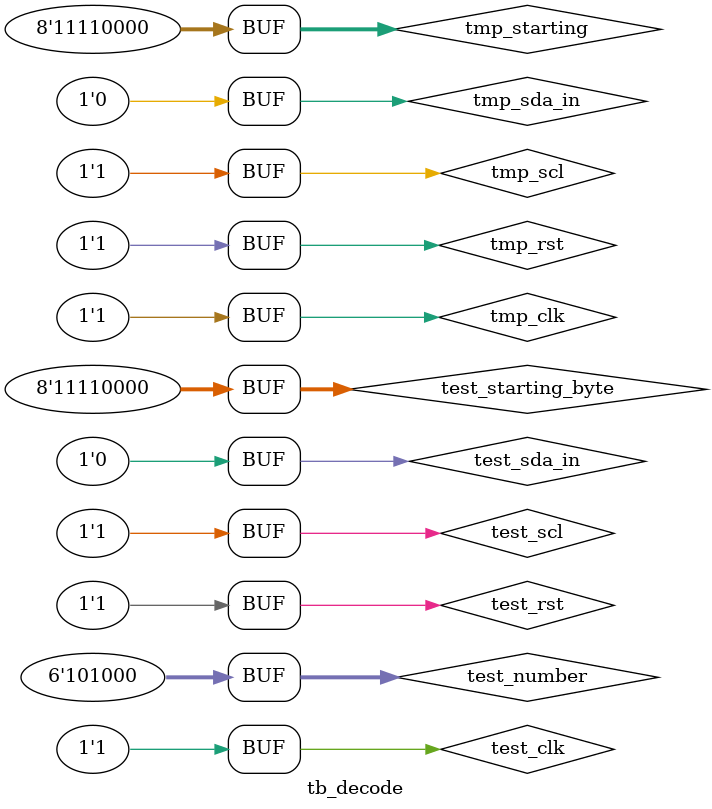
<source format=sv>
`timescale 1 ns/1 ns
module tb_decode
();

  wire test_rst;
  wire test_clk;
  wire test_sda_in;
  wire test_scl;
  wire [7:0] test_starting_byte;
  wire test_rw_mode;
  wire test_address_match;
  wire test_stop_found;
  wire test_start_found;


	`define NUM_TEST_CASES 40
	
	reg [5:0] test_number;
	reg tmp_sda_in;
  reg tmp_scl;
  reg [7:0] tmp_starting;
  reg tmp_rst;
  reg tmp_clk;
 
 

	decode DUT(.clk(test_clk), .n_rst(test_rst), .scl(test_scl), .sda_in(test_sda_in), .starting_byte(test_starting_byte), .rw_mode   (test_rw_mode), .address_match(test_address_match), .stop_found(test_stop_found), .start_found(test_start_found));
	
	assign test_sda_in = tmp_sda_in;
  assign test_clk = tmp_clk;
  assign test_rst = tmp_rst;
  assign test_scl = tmp_scl;
  assign test_starting_byte = tmp_starting;
 

always begin
 	tmp_clk <= 0;
 	#5ns;
 	tmp_clk <= 1;
  #5ns;
  end
  


initial
	begin
	  #0.5ns
		for(test_number = 0; test_number < `NUM_TEST_CASES; test_number = test_number + 1)
		begin
			if(test_number == 0 | test_number == 20)begin
			tmp_rst = 0;
			end else begin
      tmp_rst = 1;
      end
      
      if(test_number == 3 | test_number == 15 | test_number == 20 | test_number == 25 | test_number == 34 )begin
			tmp_scl = 0;
			end else begin
      tmp_scl = 1;
      end

       if(test_number == 0 | test_number == 6 | test_number == 12 | test_number == 17 | test_number == 21 | test_number ==27 | test_number == 30 | test_number == 33 | test_number == 36 | test_number == 39 )begin
			tmp_sda_in = 0;
			end else begin
      tmp_sda_in = 1;
      end
     
      if(test_number == 0) begin
      tmp_starting = 8'b00000000;
      end else if(test_number == 1) begin
      tmp_starting = 8'b00000001;
      end else if(test_number == 4) begin
      tmp_starting = 8'b00000010;
      end else if(test_number == 6) begin
      tmp_starting = 8'b00000100;
       end else if(test_number == 8) begin
      tmp_starting = 8'b00001000;
       end else if(test_number == 11) begin
      tmp_starting = 8'b00010000;
       end else if(test_number == 14) begin
      tmp_starting = 8'b00100000;
       end else if(test_number == 19) begin
      tmp_starting = 8'b01000000;
       end else if(test_number == 22) begin
      tmp_starting = 8'b10000000;
        end else if(test_number == 26) begin
      tmp_starting = 8'b11110011;
       end else begin
      tmp_starting = 8'b11110000;
      end
       
			// wait to allow design to process input
			#10ns;
			 
		end
	end
endmodule

</source>
